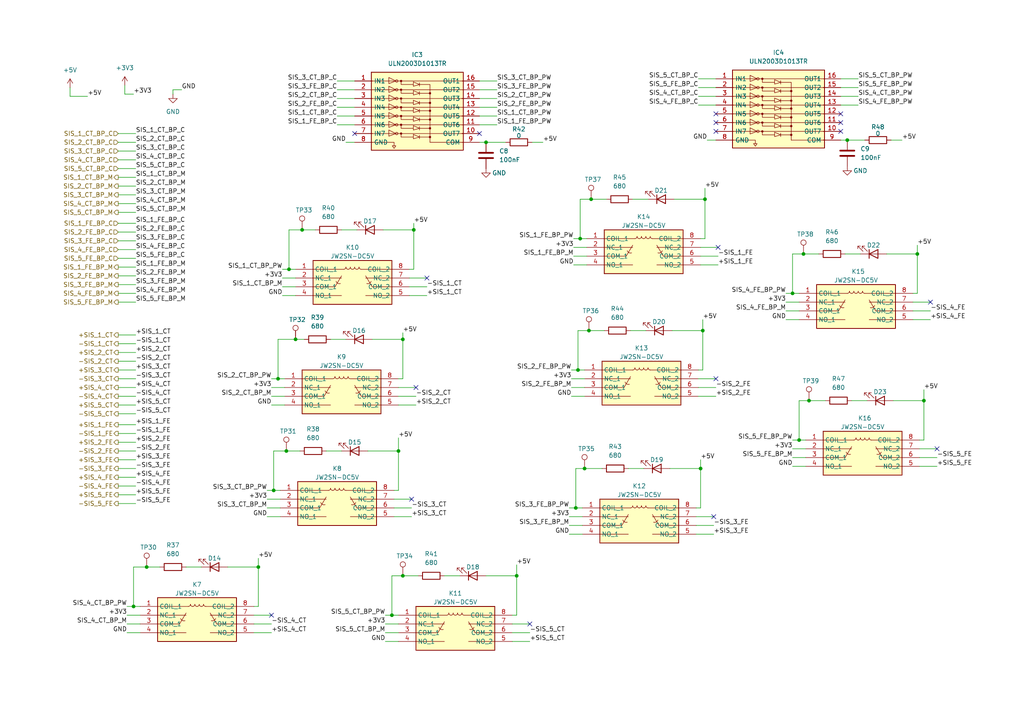
<source format=kicad_sch>
(kicad_sch (version 20211123) (generator eeschema)
  (paper "A4")
  (title_block (title "SAL/T") (date "2024-04-12") (rev "1.4") (company "Universidad de Buenos Aires") (comment 1 "Revisor: Adrian Laiuppa") (comment 2 "Autor: Martín Anús") (comment 3 "Placa principal"))
  (junction (at 170.815 95.885))
  (junction (at 83.82 78.105))
  (junction (at 87.63 66.675))
  (junction (at 168.275 69.215))
  (junction (at 229.87 85.09))
  (junction (at 38.735 175.895))
  (junction (at 231.775 127.635))
  (junction (at 80.645 109.855))
  (junction (at 171.45 57.785))
  (junction (at 116.84 167.005))
  (junction (at 266.065 73.66))
  (junction (at 140.97 41.275))
  (junction (at 42.545 164.465))
  (junction (at 116.84 98.425))
  (junction (at 204.47 57.785))
  (junction (at 85.725 98.425))
  (junction (at 203.835 95.885))
  (junction (at 167.64 107.315))
  (junction (at 233.045 73.66))
  (junction (at 120.015 66.675))
  (junction (at 113.665 178.435))
  (junction (at 83.0551 130.81))
  (junction (at 167.005 147.32))
  (junction (at 74.93 164.465))
  (junction (at 115.57 130.81))
  (junction (at 149.86 167.005))
  (junction (at 203.2 135.89))
  (junction (at 245.745 40.64))
  (junction (at 169.545 135.89))
  (junction (at 79.375 142.24))
  (junction (at 234.6454 116.205))
  (junction (at 267.97 116.205))
  (no_connect (at 243.84 33.02))
  (no_connect (at 207.01 149.86))
  (no_connect (at 207.645 35.56))
  (no_connect (at 271.78 130.175))
  (no_connect (at 243.84 35.56))
  (no_connect (at 123.825 80.645))
  (no_connect (at 102.87 38.735))
  (no_connect (at 208.28 71.755))
  (no_connect (at 139.065 38.735))
  (no_connect (at 119.38 144.78))
  (no_connect (at 207.645 109.855))
  (no_connect (at 120.65 112.395))
  (no_connect (at 207.645 38.1))
  (no_connect (at 269.875 87.63))
  (no_connect (at 153.67 180.975))
  (no_connect (at 207.645 33.02))
  (no_connect (at 243.84 38.1))
  (no_connect (at 78.74 178.435))
  (wire (pts (xy 205.105 40.64) (xy 207.645 40.64)))
  (wire (pts (xy 36.195 27.305) (xy 38.735 27.305)))
  (wire (pts (xy 118.745 83.185) (xy 123.825 83.185)))
  (wire (pts (xy 149.86 163.83) (xy 149.86 167.005)))
  (wire (pts (xy 81.915 80.645) (xy 85.725 80.645)))
  (wire (pts (xy 114.3 144.78) (xy 119.38 144.78)))
  (wire (pts (xy 194.945 95.885) (xy 203.835 95.885)))
  (wire (pts (xy 167.64 95.885) (xy 167.64 107.315)))
  (wire (pts (xy 266.065 71.12) (xy 266.065 73.66)))
  (wire (pts (xy 202.565 114.935) (xy 207.645 114.935)))
  (wire (pts (xy 168.275 57.785) (xy 171.45 57.785)))
  (wire (pts (xy 203.2 76.835) (xy 208.28 76.835)))
  (wire (pts (xy 227.965 92.71) (xy 231.775 92.71)))
  (wire (pts (xy 77.47 147.32) (xy 81.28 147.32)))
  (wire (pts (xy 114.3 147.32) (xy 119.38 147.32)))
  (wire (pts (xy 106.68 130.81) (xy 115.57 130.81)))
  (wire (pts (xy 36.83 178.435) (xy 40.64 178.435)))
  (wire (pts (xy 120.015 64.77) (xy 120.015 66.675)))
  (wire (pts (xy 118.745 78.105) (xy 120.015 78.105)))
  (wire (pts (xy 183.515 57.785) (xy 187.96 57.785)))
  (wire (pts (xy 38.735 175.895) (xy 40.64 175.895)))
  (wire (pts (xy 195.58 57.785) (xy 204.47 57.785)))
  (wire (pts (xy 266.7 132.715) (xy 271.78 132.715)))
  (wire (pts (xy 34.29 104.775) (xy 39.37 104.775)))
  (wire (pts (xy 85.725 98.425) (xy 88.265 98.425)))
  (wire (pts (xy 203.2 133.35) (xy 203.2 135.89)))
  (wire (pts (xy 77.47 142.24) (xy 79.375 142.24)))
  (wire (pts (xy 165.735 109.855) (xy 169.545 109.855)))
  (wire (pts (xy 81.915 83.185) (xy 85.725 83.185)))
  (wire (pts (xy 34.29 143.51) (xy 39.37 143.51)))
  (wire (pts (xy 229.87 85.09) (xy 231.775 85.09)))
  (wire (pts (xy 74.93 164.465) (xy 74.93 175.895)))
  (wire (pts (xy 34.29 125.73) (xy 39.37 125.73)))
  (wire (pts (xy 113.665 178.435) (xy 115.57 178.435)))
  (wire (pts (xy 202.565 112.395) (xy 207.645 112.395)))
  (wire (pts (xy 34.29 51.435) (xy 39.37 51.435)))
  (wire (pts (xy 83.82 66.675) (xy 87.63 66.675)))
  (wire (pts (xy 201.93 149.86) (xy 207.01 149.86)))
  (wire (pts (xy 264.795 85.09) (xy 266.065 85.09)))
  (wire (pts (xy 243.84 25.4) (xy 248.92 25.4)))
  (wire (pts (xy 99.06 66.675) (xy 103.505 66.675)))
  (wire (pts (xy 115.57 112.395) (xy 120.65 112.395)))
  (wire (pts (xy 36.83 183.515) (xy 40.64 183.515)))
  (wire (pts (xy 102.87 26.035) (xy 97.79 26.035)))
  (wire (pts (xy 34.29 107.315) (xy 39.37 107.315)))
  (wire (pts (xy 66.04 164.465) (xy 74.93 164.465)))
  (wire (pts (xy 182.88 95.885) (xy 187.325 95.885)))
  (wire (pts (xy 139.065 33.655) (xy 144.145 33.655)))
  (wire (pts (xy 116.84 96.52) (xy 116.84 98.425)))
  (wire (pts (xy 229.87 73.66) (xy 233.045 73.66)))
  (wire (pts (xy 169.545 135.89) (xy 174.625 135.89)))
  (wire (pts (xy 204.47 57.785) (xy 204.47 69.215)))
  (wire (pts (xy 166.37 71.755) (xy 170.18 71.755)))
  (wire (pts (xy 115.57 109.855) (xy 116.84 109.855)))
  (wire (pts (xy 203.2 71.755) (xy 208.28 71.755)))
  (wire (pts (xy 229.87 135.255) (xy 233.68 135.255)))
  (wire (pts (xy 247.015 116.205) (xy 251.46 116.205)))
  (wire (pts (xy 34.29 130.81) (xy 39.37 130.81)))
  (wire (pts (xy 78.74 112.395) (xy 82.55 112.395)))
  (wire (pts (xy 34.29 120.015) (xy 39.37 120.015)))
  (wire (pts (xy 79.375 142.24) (xy 81.28 142.24)))
  (wire (pts (xy 115.57 127) (xy 115.57 130.81)))
  (wire (pts (xy 120.015 66.675) (xy 120.015 78.105)))
  (wire (pts (xy 34.29 87.63) (xy 39.37 87.63)))
  (wire (pts (xy 264.795 90.17) (xy 269.875 90.17)))
  (wire (pts (xy 79.375 130.81) (xy 79.375 142.24)))
  (wire (pts (xy 38.735 164.465) (xy 38.735 175.895)))
  (wire (pts (xy 34.29 80.01) (xy 39.37 80.01)))
  (wire (pts (xy 34.29 97.155) (xy 39.37 97.155)))
  (wire (pts (xy 34.29 56.515) (xy 39.37 56.515)))
  (wire (pts (xy 34.29 53.975) (xy 39.37 53.975)))
  (wire (pts (xy 34.29 133.35) (xy 39.37 133.35)))
  (wire (pts (xy 97.79 36.195) (xy 102.87 36.195)))
  (wire (pts (xy 34.29 138.43) (xy 39.37 138.43)))
  (wire (pts (xy 148.59 180.975) (xy 153.67 180.975)))
  (wire (pts (xy 111.76 178.435) (xy 113.665 178.435)))
  (wire (pts (xy 87.63 66.675) (xy 91.44 66.675)))
  (wire (pts (xy 227.965 87.63) (xy 231.775 87.63)))
  (wire (pts (xy 194.31 135.89) (xy 203.2 135.89)))
  (wire (pts (xy 203.835 95.885) (xy 203.835 107.315)))
  (wire (pts (xy 168.275 57.785) (xy 168.275 69.215)))
  (wire (pts (xy 102.87 31.115) (xy 97.79 31.115)))
  (wire (pts (xy 166.37 69.215) (xy 168.275 69.215)))
  (wire (pts (xy 80.645 98.425) (xy 85.725 98.425)))
  (wire (pts (xy 34.29 38.735) (xy 39.37 38.735)))
  (wire (pts (xy 266.7 130.175) (xy 271.78 130.175)))
  (wire (pts (xy 165.1 147.32) (xy 167.005 147.32)))
  (wire (pts (xy 166.37 74.295) (xy 170.18 74.295)))
  (wire (pts (xy 116.84 167.005) (xy 121.285 167.005)))
  (wire (pts (xy 80.645 109.855) (xy 82.55 109.855)))
  (wire (pts (xy 167.005 147.32) (xy 168.91 147.32)))
  (wire (pts (xy 111.76 180.975) (xy 115.57 180.975)))
  (wire (pts (xy 34.29 41.275) (xy 39.37 41.275)))
  (wire (pts (xy 167.64 107.315) (xy 169.545 107.315)))
  (wire (pts (xy 203.2 135.89) (xy 203.2 147.32)))
  (wire (pts (xy 149.86 167.005) (xy 149.86 178.435)))
  (wire (pts (xy 266.7 135.255) (xy 271.78 135.255)))
  (wire (pts (xy 36.83 180.975) (xy 40.64 180.975)))
  (wire (pts (xy 34.29 61.595) (xy 39.37 61.595)))
  (wire (pts (xy 139.065 41.275) (xy 140.97 41.275)))
  (wire (pts (xy 165.735 114.935) (xy 169.545 114.935)))
  (wire (pts (xy 38.735 164.465) (xy 42.545 164.465)))
  (wire (pts (xy 34.29 67.31) (xy 39.37 67.31)))
  (wire (pts (xy 80.645 98.425) (xy 80.645 109.855)))
  (wire (pts (xy 113.665 167.005) (xy 113.665 178.435)))
  (wire (pts (xy 111.76 183.515) (xy 115.57 183.515)))
  (wire (pts (xy 81.915 85.725) (xy 85.725 85.725)))
  (wire (pts (xy 34.29 64.77) (xy 39.37 64.77)))
  (wire (pts (xy 182.245 135.89) (xy 186.69 135.89)))
  (wire (pts (xy 77.47 144.78) (xy 81.28 144.78)))
  (wire (pts (xy 34.29 128.27) (xy 39.37 128.27)))
  (wire (pts (xy 202.565 107.315) (xy 203.835 107.315)))
  (wire (pts (xy 111.125 66.675) (xy 120.015 66.675)))
  (wire (pts (xy 140.97 41.275) (xy 146.685 41.275)))
  (wire (pts (xy 34.29 99.695) (xy 39.37 99.695)))
  (wire (pts (xy 34.29 140.97) (xy 39.37 140.97)))
  (wire (pts (xy 204.47 54.61) (xy 204.47 57.785)))
  (wire (pts (xy 34.29 48.895) (xy 39.37 48.895)))
  (wire (pts (xy 83.82 66.675) (xy 83.82 78.105)))
  (wire (pts (xy 227.965 85.09) (xy 229.87 85.09)))
  (wire (pts (xy 73.66 180.975) (xy 78.74 180.975)))
  (wire (pts (xy 73.66 178.435) (xy 78.74 178.435)))
  (wire (pts (xy 167.64 95.885) (xy 170.815 95.885)))
  (wire (pts (xy 53.975 164.465) (xy 58.42 164.465)))
  (wire (pts (xy 139.065 23.495) (xy 144.145 23.495)))
  (wire (pts (xy 34.29 102.235) (xy 39.37 102.235)))
  (wire (pts (xy 148.59 183.515) (xy 153.67 183.515)))
  (wire (pts (xy 207.645 22.86) (xy 202.565 22.86)))
  (wire (pts (xy 20.32 25.4) (xy 20.32 27.94)))
  (wire (pts (xy 203.2 69.215) (xy 204.47 69.215)))
  (wire (pts (xy 50.165 27.305) (xy 50.165 26.035)))
  (wire (pts (xy 227.965 90.17) (xy 231.775 90.17)))
  (wire (pts (xy 34.29 112.395) (xy 39.37 112.395)))
  (wire (pts (xy 42.545 164.465) (xy 46.355 164.465)))
  (wire (pts (xy 36.83 175.895) (xy 38.735 175.895)))
  (wire (pts (xy 243.84 27.94) (xy 248.92 27.94)))
  (wire (pts (xy 50.165 26.035) (xy 52.705 26.035)))
  (wire (pts (xy 231.775 127.635) (xy 233.68 127.635)))
  (wire (pts (xy 34.29 123.19) (xy 39.37 123.19)))
  (wire (pts (xy 139.065 36.195) (xy 144.145 36.195)))
  (wire (pts (xy 264.795 92.71) (xy 269.875 92.71)))
  (wire (pts (xy 34.29 77.47) (xy 39.37 77.47)))
  (wire (pts (xy 266.7 127.635) (xy 267.97 127.635)))
  (wire (pts (xy 267.97 116.205) (xy 267.97 127.635)))
  (wire (pts (xy 113.665 167.005) (xy 116.84 167.005)))
  (wire (pts (xy 165.1 152.4) (xy 168.91 152.4)))
  (wire (pts (xy 139.065 28.575) (xy 144.145 28.575)))
  (wire (pts (xy 207.645 30.48) (xy 202.565 30.48)))
  (wire (pts (xy 73.66 183.515) (xy 78.74 183.515)))
  (wire (pts (xy 243.84 30.48) (xy 248.92 30.48)))
  (wire (pts (xy 34.29 59.055) (xy 39.37 59.055)))
  (wire (pts (xy 148.59 186.055) (xy 153.67 186.055)))
  (wire (pts (xy 243.84 40.64) (xy 245.745 40.64)))
  (wire (pts (xy 259.08 116.205) (xy 267.97 116.205)))
  (wire (pts (xy 74.93 161.925) (xy 74.93 164.465)))
  (wire (pts (xy 20.32 27.94) (xy 25.4 27.94)))
  (wire (pts (xy 34.29 69.85) (xy 39.37 69.85)))
  (wire (pts (xy 114.3 149.86) (xy 119.38 149.86)))
  (wire (pts (xy 207.645 27.94) (xy 202.565 27.94)))
  (wire (pts (xy 229.87 130.175) (xy 233.68 130.175)))
  (wire (pts (xy 168.275 69.215) (xy 170.18 69.215)))
  (wire (pts (xy 231.775 116.205) (xy 231.775 127.635)))
  (wire (pts (xy 34.29 82.55) (xy 39.37 82.55)))
  (wire (pts (xy 78.74 114.935) (xy 82.55 114.935)))
  (wire (pts (xy 78.74 109.855) (xy 80.645 109.855)))
  (wire (pts (xy 95.885 98.425) (xy 100.33 98.425)))
  (wire (pts (xy 34.29 43.815) (xy 39.37 43.815)))
  (wire (pts (xy 171.45 57.785) (xy 175.895 57.785)))
  (wire (pts (xy 165.1 154.94) (xy 168.91 154.94)))
  (wire (pts (xy 167.005 135.89) (xy 167.005 147.32)))
  (wire (pts (xy 233.045 73.66) (xy 237.49 73.66)))
  (wire (pts (xy 115.57 117.475) (xy 120.65 117.475)))
  (wire (pts (xy 111.76 186.055) (xy 115.57 186.055)))
  (wire (pts (xy 166.37 76.835) (xy 170.18 76.835)))
  (wire (pts (xy 34.29 85.09) (xy 39.37 85.09)))
  (wire (pts (xy 201.93 152.4) (xy 207.01 152.4)))
  (wire (pts (xy 34.29 74.93) (xy 39.37 74.93)))
  (wire (pts (xy 231.775 116.205) (xy 234.6454 116.205)))
  (wire (pts (xy 94.615 130.81) (xy 99.06 130.81)))
  (wire (pts (xy 229.87 132.715) (xy 233.68 132.715)))
  (wire (pts (xy 79.375 130.81) (xy 83.0551 130.81)))
  (wire (pts (xy 229.87 127.635) (xy 231.775 127.635)))
  (wire (pts (xy 83.82 78.105) (xy 85.725 78.105)))
  (wire (pts (xy 234.6454 116.205) (xy 239.395 116.205)))
  (wire (pts (xy 139.065 31.115) (xy 144.145 31.115)))
  (wire (pts (xy 154.305 41.275) (xy 157.48 41.275)))
  (wire (pts (xy 128.905 167.005) (xy 133.35 167.005)))
  (wire (pts (xy 78.74 117.475) (xy 82.55 117.475)))
  (wire (pts (xy 100.33 41.275) (xy 102.87 41.275)))
  (wire (pts (xy 115.57 114.935) (xy 120.65 114.935)))
  (wire (pts (xy 114.3 142.24) (xy 115.57 142.24)))
  (wire (pts (xy 267.97 113.03) (xy 267.97 116.205)))
  (wire (pts (xy 257.175 73.66) (xy 266.065 73.66)))
  (wire (pts (xy 258.445 40.64) (xy 261.62 40.64)))
  (wire (pts (xy 203.835 92.71) (xy 203.835 95.885)))
  (wire (pts (xy 107.95 98.425) (xy 116.84 98.425)))
  (wire (pts (xy 201.93 154.94) (xy 207.01 154.94)))
  (wire (pts (xy 36.195 24.765) (xy 36.195 27.305)))
  (wire (pts (xy 245.11 73.66) (xy 249.555 73.66)))
  (wire (pts (xy 34.29 46.355) (xy 39.37 46.355)))
  (wire (pts (xy 229.87 73.66) (xy 229.87 85.09)))
  (wire (pts (xy 203.2 74.295) (xy 208.28 74.295)))
  (wire (pts (xy 102.87 28.575) (xy 97.79 28.575)))
  (wire (pts (xy 245.745 40.64) (xy 250.825 40.64)))
  (wire (pts (xy 264.795 87.63) (xy 269.875 87.63)))
  (wire (pts (xy 165.1 149.86) (xy 168.91 149.86)))
  (wire (pts (xy 207.645 25.4) (xy 202.565 25.4)))
  (wire (pts (xy 118.745 80.645) (xy 123.825 80.645)))
  (wire (pts (xy 77.47 149.86) (xy 81.28 149.86)))
  (wire (pts (xy 102.87 33.655) (xy 97.79 33.655)))
  (wire (pts (xy 148.59 178.435) (xy 149.86 178.435)))
  (wire (pts (xy 243.84 22.86) (xy 248.92 22.86)))
  (wire (pts (xy 34.29 114.935) (xy 39.37 114.935)))
  (wire (pts (xy 266.065 73.66) (xy 266.065 85.09)))
  (wire (pts (xy 73.66 175.895) (xy 74.93 175.895)))
  (wire (pts (xy 34.29 72.39) (xy 39.37 72.39)))
  (wire (pts (xy 34.29 117.475) (xy 39.37 117.475)))
  (wire (pts (xy 170.815 95.885) (xy 175.26 95.885)))
  (wire (pts (xy 83.0551 130.81) (xy 86.995 130.81)))
  (wire (pts (xy 201.93 147.32) (xy 203.2 147.32)))
  (wire (pts (xy 34.29 135.89) (xy 39.37 135.89)))
  (wire (pts (xy 102.87 23.495) (xy 97.79 23.495)))
  (wire (pts (xy 165.735 107.315) (xy 167.64 107.315)))
  (wire (pts (xy 165.735 112.395) (xy 169.545 112.395)))
  (wire (pts (xy 140.97 167.005) (xy 149.86 167.005)))
  (wire (pts (xy 81.915 78.105) (xy 83.82 78.105)))
  (wire (pts (xy 116.84 98.425) (xy 116.84 109.855)))
  (wire (pts (xy 118.745 85.725) (xy 123.825 85.725)))
  (wire (pts (xy 139.065 26.035) (xy 144.145 26.035)))
  (wire (pts (xy 202.565 109.855) (xy 207.645 109.855)))
  (wire (pts (xy 167.005 135.89) (xy 169.545 135.89)))
  (wire (pts (xy 34.29 109.855) (xy 39.37 109.855)))
  (wire (pts (xy 34.29 146.05) (xy 39.37 146.05)))
  (wire (pts (xy 115.57 130.81) (xy 115.57 142.24)))
  (label "SIS_2_CT_BP_PW" (at 78.74 109.855 180))
  (label "SIS_1_CT_BP_C" (at 39.37 38.735 0))
  (label "SIS_1_FE_BP_PW" (at 144.145 36.195 0))
  (label "+SIS_5_FE" (at 39.37 143.51 0))
  (label "+5V" (at 149.86 163.83 0))
  (label "GND" (at 165.1 154.94 180))
  (label "SIS_2_CT_BP_C" (at 97.79 28.575 180))
  (label "GND" (at 165.735 114.935 180))
  (label "+SIS_2_FE" (at 39.37 128.27 0))
  (label "+5V" (at 203.2 133.35 0))
  (label "SIS_4_CT_BP_M" (at 39.37 59.055 0))
  (label "SIS_2_FE_BP_M" (at 39.37 80.01 0))
  (label "SIS_4_CT_BP_PW" (at 248.92 27.94 0))
  (label "-SIS_1_CT" (at 39.37 99.695 0))
  (label "SIS_4_FE_BP_C" (at 39.37 72.39 0))
  (label "SIS_5_CT_BP_M" (at 111.76 183.515 180))
  (label "SIS_5_CT_BP_M" (at 39.37 61.595 0))
  (label "SIS_1_CT_BP_M" (at 39.37 51.435 0))
  (label "SIS_3_FE_BP_C" (at 97.79 26.035 180))
  (label "+3V3" (at 227.965 87.63 180))
  (label "SIS_4_CT_BP_PW" (at 36.83 175.895 180))
  (label "-SIS_3_FE" (at 207.01 152.4 0))
  (label "SIS_1_FE_BP_C" (at 97.79 36.195 180))
  (label "SIS_5_FE_BP_M" (at 229.87 132.715 180))
  (label "GND" (at 205.105 40.64 180))
  (label "+SIS_1_FE" (at 39.37 123.19 0))
  (label "SIS_2_FE_BP_PW" (at 165.735 107.315 180))
  (label "GND" (at 78.74 117.475 180))
  (label "+3V3" (at 229.87 130.175 180))
  (label "+5V" (at 115.57 127 0))
  (label "+5V" (at 116.84 96.52 0))
  (label "-SIS_3_FE" (at 39.37 135.89 0))
  (label "SIS_4_CT_BP_C" (at 202.565 27.94 180))
  (label "-SIS_3_CT" (at 119.38 147.32 0))
  (label "+SIS_3_FE" (at 39.37 133.35 0))
  (label "+SIS_5_CT" (at 153.67 186.055 0))
  (label "+SIS_5_CT" (at 39.37 117.475 0))
  (label "+5V" (at 74.93 161.925 0))
  (label "+SIS_2_CT" (at 120.65 117.475 0))
  (label "-SIS_4_CT" (at 78.74 180.975 0))
  (label "+5V" (at 261.62 40.64 0))
  (label "+5V" (at 120.015 64.77 0))
  (label "-SIS_2_CT" (at 39.37 104.775 0))
  (label "GND" (at 229.87 135.255 180))
  (label "SIS_2_CT_BP_PW" (at 144.145 28.575 0))
  (label "+SIS_4_FE" (at 269.875 92.71 0))
  (label "+3V3" (at 77.47 144.78 180))
  (label "SIS_1_CT_BP_C" (at 97.79 33.655 180))
  (label "SIS_5_FE_BP_PW" (at 248.92 25.4 0))
  (label "+SIS_3_CT" (at 39.37 107.315 0))
  (label "-SIS_5_CT" (at 39.37 120.015 0))
  (label "SIS_5_CT_BP_PW" (at 248.92 22.86 0))
  (label "SIS_3_CT_BP_PW" (at 77.47 142.24 180))
  (label "SIS_5_FE_BP_M" (at 39.37 87.63 0))
  (label "+5V" (at 204.47 54.61 0))
  (label "SIS_3_FE_BP_C" (at 39.37 69.85 0))
  (label "SIS_3_CT_BP_PW" (at 144.145 23.495 0))
  (label "SIS_1_CT_BP_PW" (at 81.915 78.105 180))
  (label "SIS_2_FE_BP_C" (at 97.79 31.115 180))
  (label "SIS_3_FE_BP_PW" (at 165.1 147.32 180))
  (label "+SIS_1_CT" (at 39.37 97.155 0))
  (label "SIS_5_CT_BP_C" (at 202.565 22.86 180))
  (label "+5V" (at 25.4 27.94 0))
  (label "+3V3" (at 111.76 180.975 180))
  (label "+SIS_4_FE" (at 39.37 138.43 0))
  (label "GND" (at 77.47 149.86 180))
  (label "SIS_5_CT_BP_C" (at 39.37 48.895 0))
  (label "GND" (at 227.965 92.71 180))
  (label "+SIS_1_CT" (at 123.825 85.725 0))
  (label "GND" (at 81.915 85.725 180))
  (label "SIS_4_FE_BP_C" (at 202.565 30.48 180))
  (label "+3V3" (at 166.37 71.755 180))
  (label "SIS_2_CT_BP_M" (at 78.74 114.935 180))
  (label "+3V3" (at 36.83 178.435 180))
  (label "-SIS_5_FE" (at 271.78 132.715 0))
  (label "SIS_3_CT_BP_M" (at 39.37 56.515 0))
  (label "+SIS_2_FE" (at 207.645 114.935 0))
  (label "SIS_3_FE_BP_M" (at 39.37 82.55 0))
  (label "-SIS_2_CT" (at 120.65 114.935 0))
  (label "+5V" (at 267.97 113.03 0))
  (label "SIS_1_FE_BP_M" (at 166.37 74.295 180))
  (label "SIS_3_CT_BP_M" (at 77.47 147.32 180))
  (label "SIS_4_FE_BP_M" (at 39.37 85.09 0))
  (label "+5V" (at 266.065 71.12 0))
  (label "SIS_4_FE_BP_PW" (at 227.965 85.09 180))
  (label "SIS_5_FE_BP_C" (at 202.565 25.4 180))
  (label "GND" (at 111.76 186.055 180))
  (label "-SIS_2_FE" (at 207.645 112.395 0))
  (label "GND" (at 166.37 76.835 180))
  (label "+SIS_4_CT" (at 78.74 183.515 0))
  (label "-SIS_2_FE" (at 39.37 130.81 0))
  (label "SIS_2_FE_BP_M" (at 165.735 112.395 180))
  (label "+5V" (at 157.48 41.275 0))
  (label "+3V3" (at 165.1 149.86 180))
  (label "SIS_1_FE_BP_M" (at 39.37 77.47 0))
  (label "SIS_4_CT_BP_C" (at 39.37 46.355 0))
  (label "-SIS_4_CT" (at 39.37 114.935 0))
  (label "SIS_2_CT_BP_C" (at 39.37 41.275 0))
  (label "-SIS_1_CT" (at 123.825 83.185 0))
  (label "+5V" (at 203.835 92.71 0))
  (label "+3V3" (at 81.915 80.645 180))
  (label "SIS_5_FE_BP_C" (at 39.37 74.93 0))
  (label "+3V3" (at 165.735 109.855 180))
  (label "SIS_5_FE_BP_PW" (at 229.87 127.635 180))
  (label "SIS_5_CT_BP_PW" (at 111.76 178.435 180))
  (label "SIS_3_FE_BP_M" (at 165.1 152.4 180))
  (label "+SIS_3_CT" (at 119.38 149.86 0))
  (label "SIS_2_FE_BP_PW" (at 144.145 31.115 0))
  (label "SIS_2_CT_BP_M" (at 39.37 53.975 0))
  (label "SIS_3_CT_BP_C" (at 97.79 23.495 180))
  (label "GND" (at 36.83 183.515 180))
  (label "-SIS_4_FE" (at 269.875 90.17 0))
  (label "SIS_3_CT_BP_C" (at 39.37 43.815 0))
  (label "SIS_1_FE_BP_C" (at 39.37 64.77 0))
  (label "SIS_4_FE_BP_PW" (at 248.92 30.48 0))
  (label "-SIS_4_FE" (at 39.37 140.97 0))
  (label "-SIS_3_CT" (at 39.37 109.855 0))
  (label "SIS_4_FE_BP_M" (at 227.965 90.17 180))
  (label "-SIS_5_FE" (at 39.37 146.05 0))
  (label "GND" (at 100.33 41.275 180))
  (label "+3V3" (at 78.74 112.395 180))
  (label "-SIS_5_CT" (at 153.67 183.515 0))
  (label "SIS_2_FE_BP_C" (at 39.37 67.31 0))
  (label "SIS_3_FE_BP_PW" (at 144.145 26.035 0))
  (label "-SIS_1_FE" (at 208.28 74.295 0))
  (label "-SIS_1_FE" (at 39.37 125.73 0))
  (label "+SIS_2_CT" (at 39.37 102.235 0))
  (label "+SIS_4_CT" (at 39.37 112.395 0))
  (label "SIS_1_FE_BP_PW" (at 166.37 69.215 180))
  (label "+SIS_5_FE" (at 271.78 135.255 0))
  (label "+SIS_3_FE" (at 207.01 154.94 0))
  (label "GND" (at 52.705 26.035 0))
  (label "+SIS_1_FE" (at 208.28 76.835 0))
  (label "+3V3" (at 38.735 27.305 0))
  (label "SIS_1_CT_BP_M" (at 81.915 83.185 180))
  (label "SIS_4_CT_BP_M" (at 36.83 180.975 180))
  (label "SIS_1_CT_BP_PW" (at 144.145 33.655 0))
  (hierarchical_label "SIS_2_FE_BP_M" (shape output) (at 34.29 80.01 180))
  (hierarchical_label "SIS_4_FE_BP_M" (shape output) (at 34.29 85.09 180))
  (hierarchical_label "-SIS_2_CT" (shape output) (at 34.29 104.775 180))
  (hierarchical_label "SIS_2_CT_BP_C" (shape input) (at 34.29 41.275 180))
  (hierarchical_label "SIS_5_CT_BP_C" (shape input) (at 34.29 48.895 180))
  (hierarchical_label "-SIS_5_FE" (shape output) (at 34.29 146.05 180))
  (hierarchical_label "SIS_1_FE_BP_M" (shape output) (at 34.29 77.47 180))
  (hierarchical_label "SIS_5_CT_BP_M" (shape output) (at 34.29 61.595 180))
  (hierarchical_label "SIS_3_FE_BP_C" (shape input) (at 34.29 69.85 180))
  (hierarchical_label "SIS_5_FE_BP_C" (shape input) (at 34.29 74.93 180))
  (hierarchical_label "+SIS_2_FE" (shape output) (at 34.29 128.27 180))
  (hierarchical_label "+SIS_4_FE" (shape output) (at 34.29 138.43 180))
  (hierarchical_label "SIS_4_CT_BP_M" (shape output) (at 34.29 59.055 180))
  (hierarchical_label "SIS_4_FE_BP_C" (shape input) (at 34.29 72.39 180))
  (hierarchical_label "SIS_3_CT_BP_M" (shape output) (at 34.29 56.515 180))
  (hierarchical_label "SIS_1_CT_BP_M" (shape output) (at 34.29 51.435 180))
  (hierarchical_label "-SIS_4_FE" (shape output) (at 34.29 140.97 180))
  (hierarchical_label "+SIS_1_CT" (shape output) (at 34.29 97.155 180))
  (hierarchical_label "+SIS_5_FE" (shape output) (at 34.29 143.51 180))
  (hierarchical_label "+SIS_3_FE" (shape output) (at 34.29 133.35 180))
  (hierarchical_label "SIS_5_FE_BP_M" (shape output) (at 34.29 87.63 180))
  (hierarchical_label "-SIS_2_FE" (shape output) (at 34.29 130.81 180))
  (hierarchical_label "-SIS_1_FE" (shape output) (at 34.29 125.73 180))
  (hierarchical_label "SIS_1_FE_BP_C" (shape input) (at 34.29 64.77 180))
  (hierarchical_label "-SIS_5_CT" (shape output) (at 34.29 120.015 180))
  (hierarchical_label "+SIS_5_CT" (shape output) (at 34.29 117.475 180))
  (hierarchical_label "-SIS_3_CT" (shape output) (at 34.29 109.855 180))
  (hierarchical_label "SIS_3_CT_BP_C" (shape input) (at 34.29 43.815 180))
  (hierarchical_label "-SIS_3_FE" (shape output) (at 34.29 135.89 180))
  (hierarchical_label "SIS_2_FE_BP_C" (shape input) (at 34.29 67.31 180))
  (hierarchical_label "-SIS_4_CT" (shape output) (at 34.29 114.935 180))
  (hierarchical_label "SIS_1_CT_BP_C" (shape input) (at 34.29 38.735 180))
  (hierarchical_label "+SIS_2_CT" (shape output) (at 34.29 102.235 180))
  (hierarchical_label "SIS_2_CT_BP_M" (shape output) (at 34.29 53.975 180))
  (hierarchical_label "+SIS_1_FE" (shape output) (at 34.29 123.19 180))
  (hierarchical_label "-SIS_1_CT" (shape output) (at 34.29 99.695 180))
  (hierarchical_label "SIS_3_FE_BP_M" (shape output) (at 34.29 82.55 180))
  (hierarchical_label "SIS_4_CT_BP_C" (shape input) (at 34.29 46.355 180))
  (hierarchical_label "+SIS_3_CT" (shape output) (at 34.29 107.315 180))
  (hierarchical_label "+SIS_4_CT" (shape output) (at 34.29 112.395 180))
  (symbol (lib_id "salt:JW2SN-DC5V") (at 40.64 175.895 0) (unit 1)
    (property "Reference" "K7" (at 57.15 169.545 0))
    (property "Value" "JW2SN-DC5V" (at 57.15 172.085 0))
    (property "Footprint" "salt:JW2SNDC5V" (effects hide))
    (property "Datasheet" "https://www3.panasonic.biz/ac/e_download/control/relay/power/catalog/mech_eng_jw.pdf" (effects hide))
    (property "Height" "20" (effects hide))
    (property "Mouser Part Number" "769-JW2SN-DC5V" (effects hide))
    (property "Mouser Price/Stock" "https://www.mouser.co.uk/ProductDetail/Panasonic-Industrial-Devices/JW2SN-DC5V?qs=HLLy2pIPwuus9vgayzgjwA%3D%3D" (effects hide))
    (property "Manufacturer_Name" "Panasonic" (effects hide))
    (property "Manufacturer_Part_Number" "JW2SN-DC5V" (effects hide))
  )
  (symbol (lib_id "salt:C_100nF") (at 245.745 44.45 0) (unit 1)
    (property "Reference" "C9" (at 249.555 43.1799 0) (effects (justify left)))
    (property "Value" "100nF" (at 249.555 45.7199 0) (effects (justify left)))
    (property "Footprint" "Capacitor_SMD:C_0805_2012Metric_Pad1.18x1.45mm_HandSolder" (effects hide))
    (property "Datasheet" "https://ar.mouser.com/datasheet/2/447/KEM_C1002_X7R_SMD-3316098.pdf" (effects hide))
    (property "Mouser Part Number" "80-C0805C104K4R" (effects hide))
    (property "Mouser Price/Stock" "https://ar.mouser.com/ProductDetail/KEMET/C0805C104K4RACTU?qs=Pc30aiB8zWWfqQNJWggt%252BA%3D%3D" (effects hide))
    (property "Manufacturer_Name" "KEMET" (effects hide))
    (property "Manufacturer_Part_Number" "C0805C104K4RACTU" (effects hide))
  )
  (symbol (lib_id "salt:LED") (at 253.365 73.66 0) (mirror x) (unit 1)
    (property "Reference" "D22" (at 253.365 71.12 0))
    (property "Value" "LED" (effects hide))
    (property "Footprint" "LED_SMD:LED_0805_2012Metric_Pad1.15x1.40mm_HandSolder" (effects hide))
    (property "Datasheet" "https://www.we-online.com/catalog/datasheet/150080VS75000.pdf" (effects hide))
    (property "Mouser Part Number" "710-150080VS75000" (effects hide))
    (property "Mouser Price/Stock" "https://ar.mouser.com/ProductDetail/Wurth-Elektronik/150080VS75000?qs=LlUlMxKIyB0tGHJmO6%252B0ug%3D%3D" (effects hide))
    (property "Manufacturer_Name" "Wurth Elektronik" (effects hide))
    (property "Manufacturer_Part_Number" "150080VS75000" (effects hide))
  )
  (symbol (lib_id "salt:R_680") (at 90.805 130.81 270) (unit 1)
    (property "Reference" "R38" (at 90.805 124.46 90))
    (property "Value" "680" (at 90.805 127 90))
    (property "Footprint" "Resistor_SMD:R_0805_2012Metric_Pad1.20x1.40mm_HandSolder" (effects hide))
    (property "Datasheet" "https://ar.mouser.com/datasheet/2/447/PYu_RC_Group_51_RoHS_L_11-1984063.pdf" (effects hide))
    (property "Mouser Part Number" "603-RC0805FR-13680RL" (effects hide))
    (property "Mouser Price/Stock" "https://ar.mouser.com/ProductDetail/YAGEO/RC0805FR-13680RL?qs=m6lXFsvg5e3C9RY8lrBC%2Fw%3D%3D" (effects hide))
    (property "Manufacturer_Name" "YAGEO" (effects hide))
    (property "Manufacturer_Part_Number" "RC0805FR-13680RL" (effects hide))
  )
  (symbol (lib_id "salt:TestPoint") (at 87.63 66.675 0) (unit 1)
    (property "Reference" "TP33" (at 85.725 60.96 0) (effects (justify left)))
    (property "Value" "TestPoint" (effects hide))
    (property "Footprint" "salt:testpoint" (effects hide))
  )
  (symbol (lib_id "salt:LED") (at 62.23 164.465 0) (mirror x) (unit 1)
    (property "Reference" "D14" (at 62.23 161.925 0))
    (property "Value" "LED" (effects hide))
    (property "Footprint" "LED_SMD:LED_0805_2012Metric_Pad1.15x1.40mm_HandSolder" (effects hide))
    (property "Datasheet" "https://www.we-online.com/catalog/datasheet/150080VS75000.pdf" (effects hide))
    (property "Mouser Part Number" "710-150080VS75000" (effects hide))
    (property "Mouser Price/Stock" "https://ar.mouser.com/ProductDetail/Wurth-Elektronik/150080VS75000?qs=LlUlMxKIyB0tGHJmO6%252B0ug%3D%3D" (effects hide))
    (property "Manufacturer_Name" "Wurth Elektronik" (effects hide))
    (property "Manufacturer_Part_Number" "150080VS75000" (effects hide))
  )
  (symbol (lib_id "salt:TestPoint") (at 169.545 135.89 0) (unit 1)
    (property "Reference" "TP35" (at 167.64 130.175 0) (effects (justify left)))
    (property "Value" "TestPoint" (effects hide))
    (property "Footprint" "salt:testpoint" (effects hide))
  )
  (symbol (lib_id "salt:TestPoint") (at 85.725 98.425 0) (unit 1)
    (property "Reference" "TP32" (at 83.82 92.71 0) (effects (justify left)))
    (property "Value" "TestPoint" (effects hide))
    (property "Footprint" "salt:testpoint" (effects hide))
  )
  (symbol (lib_id "power:GND") (at 245.745 48.26 0) (unit 1)
    (property "Reference" "#PWR046" (effects hide))
    (property "Value" "GND" (at 249.555 49.53 0))
  )
  (symbol (lib_id "salt:JW2SN-DC5V") (at 168.91 147.32 0) (unit 1)
    (property "Reference" "K12" (at 185.42 140.97 0))
    (property "Value" "JW2SN-DC5V" (at 185.42 143.51 0))
    (property "Footprint" "salt:JW2SNDC5V" (effects hide))
    (property "Datasheet" "https://www3.panasonic.biz/ac/e_download/control/relay/power/catalog/mech_eng_jw.pdf" (effects hide))
    (property "Height" "20" (effects hide))
    (property "Mouser Part Number" "769-JW2SN-DC5V" (effects hide))
    (property "Mouser Price/Stock" "https://www.mouser.co.uk/ProductDetail/Panasonic-Industrial-Devices/JW2SN-DC5V?qs=HLLy2pIPwuus9vgayzgjwA%3D%3D" (effects hide))
    (property "Manufacturer_Name" "Panasonic" (effects hide))
    (property "Manufacturer_Part_Number" "JW2SN-DC5V" (effects hide))
  )
  (symbol (lib_id "salt:LED") (at 104.14 98.425 0) (mirror x) (unit 1)
    (property "Reference" "D16" (at 104.14 95.885 0))
    (property "Value" "LED" (effects hide))
    (property "Footprint" "LED_SMD:LED_0805_2012Metric_Pad1.15x1.40mm_HandSolder" (effects hide))
    (property "Datasheet" "https://www.we-online.com/catalog/datasheet/150080VS75000.pdf" (effects hide))
    (property "Mouser Part Number" "710-150080VS75000" (effects hide))
    (property "Mouser Price/Stock" "https://ar.mouser.com/ProductDetail/Wurth-Elektronik/150080VS75000?qs=LlUlMxKIyB0tGHJmO6%252B0ug%3D%3D" (effects hide))
    (property "Manufacturer_Name" "Wurth Elektronik" (effects hide))
    (property "Manufacturer_Part_Number" "150080VS75000" (effects hide))
  )
  (symbol (lib_id "power:GND") (at 50.165 27.305 0) (unit 1)
    (property "Reference" "#PWR044" (effects hide))
    (property "Value" "GND" (at 50.165 32.385 0))
  )
  (symbol (lib_id "salt:R_680") (at 95.25 66.675 270) (unit 1)
    (property "Reference" "R40" (at 95.25 60.325 90))
    (property "Value" "680" (at 95.25 62.865 90))
    (property "Footprint" "Resistor_SMD:R_0805_2012Metric_Pad1.20x1.40mm_HandSolder" (effects hide))
    (property "Datasheet" "https://ar.mouser.com/datasheet/2/447/PYu_RC_Group_51_RoHS_L_11-1984063.pdf" (effects hide))
    (property "Mouser Part Number" "603-RC0805FR-13680RL" (effects hide))
    (property "Mouser Price/Stock" "https://ar.mouser.com/ProductDetail/YAGEO/RC0805FR-13680RL?qs=m6lXFsvg5e3C9RY8lrBC%2Fw%3D%3D" (effects hide))
    (property "Manufacturer_Name" "YAGEO" (effects hide))
    (property "Manufacturer_Part_Number" "RC0805FR-13680RL" (effects hide))
  )
  (symbol (lib_id "power:+3V3") (at 36.195 24.765 0) (unit 1)
    (property "Reference" "#PWR043" (effects hide))
    (property "Value" "+3V3" (at 36.195 19.685 0))
  )
  (symbol (lib_id "salt:LED") (at 137.16 167.005 0) (mirror x) (unit 1)
    (property "Reference" "D18" (at 137.16 164.465 0))
    (property "Value" "LED" (effects hide))
    (property "Footprint" "LED_SMD:LED_0805_2012Metric_Pad1.15x1.40mm_HandSolder" (effects hide))
    (property "Datasheet" "https://www.we-online.com/catalog/datasheet/150080VS75000.pdf" (effects hide))
    (property "Mouser Part Number" "710-150080VS75000" (effects hide))
    (property "Mouser Price/Stock" "https://ar.mouser.com/ProductDetail/Wurth-Elektronik/150080VS75000?qs=LlUlMxKIyB0tGHJmO6%252B0ug%3D%3D" (effects hide))
    (property "Manufacturer_Name" "Wurth Elektronik" (effects hide))
    (property "Manufacturer_Part_Number" "150080VS75000" (effects hide))
  )
  (symbol (lib_id "salt:ULN2003D1013TR") (at 207.645 22.86 0) (unit 1)
    (property "Reference" "IC4" (at 225.806 15.24 0))
    (property "Value" "ULN2003D1013TR" (at 225.806 17.78 0))
    (property "Footprint" "salt:SOIC127P600X175-16N" (effects hide))
    (property "Datasheet" "http://www.st.com/st-web-ui/static/active/en/resource/technical/document/datasheet/CD00001244.pdf" (effects hide))
    (property "Height" "1.75" (effects hide))
    (property "Mouser Part Number" "511-ULN2003D1013TR" (effects hide))
    (property "Mouser Price/Stock" "https://www.mouser.co.uk/ProductDetail/STMicroelectronics/ULN2003D1013TR?qs=YnPipOpXm6FQ98RZGZk5Pg%3D%3D" (effects hide))
    (property "Manufacturer_Name" "STMicroelectronics" (effects hide))
    (property "Manufacturer_Part_Number" "ULN2003D1013TR" (effects hide))
  )
  (symbol (lib_name "JW2SN-DC5V_3") (lib_id "salt:JW2SN-DC5V") (at 170.18 69.215 0) (unit 1)
    (property "Reference" "K14" (at 186.69 62.865 0))
    (property "Value" "JW2SN-DC5V" (at 186.69 65.405 0))
    (property "Footprint" "salt:JW2SNDC5V" (effects hide))
    (property "Datasheet" "https://www3.panasonic.biz/ac/e_download/control/relay/power/catalog/mech_eng_jw.pdf" (effects hide))
    (property "Height" "20" (effects hide))
    (property "Mouser Part Number" "769-JW2SN-DC5V" (effects hide))
    (property "Mouser Price/Stock" "https://www.mouser.co.uk/ProductDetail/Panasonic-Industrial-Devices/JW2SN-DC5V?qs=HLLy2pIPwuus9vgayzgjwA%3D%3D" (effects hide))
    (property "Manufacturer_Name" "Panasonic" (effects hide))
    (property "Manufacturer_Part_Number" "JW2SN-DC5V" (effects hide))
  )
  (symbol (lib_name "JW2SN-DC5V_1") (lib_id "salt:JW2SN-DC5V") (at 115.57 178.435 0) (unit 1)
    (property "Reference" "K11" (at 132.08 172.085 0))
    (property "Value" "JW2SN-DC5V" (at 132.08 174.625 0))
    (property "Footprint" "salt:JW2SNDC5V" (effects hide))
    (property "Datasheet" "https://www3.panasonic.biz/ac/e_download/control/relay/power/catalog/mech_eng_jw.pdf" (effects hide))
    (property "Height" "20" (effects hide))
    (property "Mouser Part Number" "769-JW2SN-DC5V" (effects hide))
    (property "Mouser Price/Stock" "https://www.mouser.co.uk/ProductDetail/Panasonic-Industrial-Devices/JW2SN-DC5V?qs=HLLy2pIPwuus9vgayzgjwA%3D%3D" (effects hide))
    (property "Manufacturer_Name" "Panasonic" (effects hide))
    (property "Manufacturer_Part_Number" "JW2SN-DC5V" (effects hide))
  )
  (symbol (lib_id "salt:LED") (at 102.87 130.81 0) (mirror x) (unit 1)
    (property "Reference" "D15" (at 102.87 128.27 0))
    (property "Value" "LED" (effects hide))
    (property "Footprint" "LED_SMD:LED_0805_2012Metric_Pad1.15x1.40mm_HandSolder" (effects hide))
    (property "Datasheet" "https://www.we-online.com/catalog/datasheet/150080VS75000.pdf" (effects hide))
    (property "Mouser Part Number" "710-150080VS75000" (effects hide))
    (property "Mouser Price/Stock" "https://ar.mouser.com/ProductDetail/Wurth-Elektronik/150080VS75000?qs=LlUlMxKIyB0tGHJmO6%252B0ug%3D%3D" (effects hide))
    (property "Manufacturer_Name" "Wurth Elektronik" (effects hide))
    (property "Manufacturer_Part_Number" "150080VS75000" (effects hide))
  )
  (symbol (lib_id "salt:R_680") (at 92.075 98.425 270) (unit 1)
    (property "Reference" "R39" (at 92.075 92.075 90))
    (property "Value" "680" (at 92.075 94.615 90))
    (property "Footprint" "Resistor_SMD:R_0805_2012Metric_Pad1.20x1.40mm_HandSolder" (effects hide))
    (property "Datasheet" "https://ar.mouser.com/datasheet/2/447/PYu_RC_Group_51_RoHS_L_11-1984063.pdf" (effects hide))
    (property "Mouser Part Number" "603-RC0805FR-13680RL" (effects hide))
    (property "Mouser Price/Stock" "https://ar.mouser.com/ProductDetail/YAGEO/RC0805FR-13680RL?qs=m6lXFsvg5e3C9RY8lrBC%2Fw%3D%3D" (effects hide))
    (property "Manufacturer_Name" "YAGEO" (effects hide))
    (property "Manufacturer_Part_Number" "RC0805FR-13680RL" (effects hide))
  )
  (symbol (lib_id "salt:R_680") (at 125.095 167.005 270) (unit 1)
    (property "Reference" "R41" (at 125.095 160.655 90))
    (property "Value" "680" (at 125.095 163.195 90))
    (property "Footprint" "Resistor_SMD:R_0805_2012Metric_Pad1.20x1.40mm_HandSolder" (effects hide))
    (property "Datasheet" "https://ar.mouser.com/datasheet/2/447/PYu_RC_Group_51_RoHS_L_11-1984063.pdf" (effects hide))
    (property "Mouser Part Number" "603-RC0805FR-13680RL" (effects hide))
    (property "Mouser Price/Stock" "https://ar.mouser.com/ProductDetail/YAGEO/RC0805FR-13680RL?qs=m6lXFsvg5e3C9RY8lrBC%2Fw%3D%3D" (effects hide))
    (property "Manufacturer_Name" "YAGEO" (effects hide))
    (property "Manufacturer_Part_Number" "RC0805FR-13680RL" (effects hide))
  )
  (symbol (lib_id "salt:R_0") (at 150.495 41.275 90) (unit 1)
    (property "Reference" "R42" (at 150.495 37.465 90))
    (property "Value" "0" (at 150.495 39.37 90))
    (property "Footprint" "Resistor_SMD:R_0805_2012Metric_Pad1.20x1.40mm_HandSolder" (effects hide))
  )
  (symbol (lib_id "salt:TestPoint") (at 116.84 167.005 0) (unit 1)
    (property "Reference" "TP34" (at 114.935 161.29 0) (effects (justify left)))
    (property "Value" "TestPoint" (effects hide))
    (property "Footprint" "salt:testpoint" (effects hide))
  )
  (symbol (lib_id "salt:C_100nF") (at 140.97 45.085 0) (unit 1)
    (property "Reference" "C8" (at 144.78 43.8149 0) (effects (justify left)))
    (property "Value" "100nF" (at 144.78 46.3549 0) (effects (justify left)))
    (property "Footprint" "Capacitor_SMD:C_0805_2012Metric_Pad1.18x1.45mm_HandSolder" (effects hide))
    (property "Datasheet" "https://ar.mouser.com/datasheet/2/447/KEM_C1002_X7R_SMD-3316098.pdf" (effects hide))
    (property "Mouser Part Number" "80-C0805C104K4R" (effects hide))
    (property "Mouser Price/Stock" "https://ar.mouser.com/ProductDetail/KEMET/C0805C104K4RACTU?qs=Pc30aiB8zWWfqQNJWggt%252BA%3D%3D" (effects hide))
    (property "Manufacturer_Name" "KEMET" (effects hide))
    (property "Manufacturer_Part_Number" "C0805C104K4RACTU" (effects hide))
  )
  (symbol (lib_id "salt:TestPoint") (at 170.815 95.885 0) (unit 1)
    (property "Reference" "TP36" (at 168.91 90.17 0) (effects (justify left)))
    (property "Value" "TestPoint" (effects hide))
    (property "Footprint" "salt:testpoint" (effects hide))
  )
  (symbol (lib_id "salt:R_680") (at 178.435 135.89 270) (unit 1)
    (property "Reference" "R43" (at 178.435 129.54 90))
    (property "Value" "680" (at 178.435 132.08 90))
    (property "Footprint" "Resistor_SMD:R_0805_2012Metric_Pad1.20x1.40mm_HandSolder" (effects hide))
    (property "Datasheet" "https://ar.mouser.com/datasheet/2/447/PYu_RC_Group_51_RoHS_L_11-1984063.pdf" (effects hide))
    (property "Mouser Part Number" "603-RC0805FR-13680RL" (effects hide))
    (property "Mouser Price/Stock" "https://ar.mouser.com/ProductDetail/YAGEO/RC0805FR-13680RL?qs=m6lXFsvg5e3C9RY8lrBC%2Fw%3D%3D" (effects hide))
    (property "Manufacturer_Name" "YAGEO" (effects hide))
    (property "Manufacturer_Part_Number" "RC0805FR-13680RL" (effects hide))
  )
  (symbol (lib_id "salt:TestPoint") (at 83.0551 130.81 0) (unit 1)
    (property "Reference" "TP31" (at 81.1501 125.095 0) (effects (justify left)))
    (property "Value" "TestPoint" (effects hide))
    (property "Footprint" "salt:testpoint" (effects hide))
  )
  (symbol (lib_name "JW2SN-DC5V_1") (lib_id "salt:JW2SN-DC5V") (at 169.545 107.315 0) (unit 1)
    (property "Reference" "K13" (at 186.055 100.965 0))
    (property "Value" "JW2SN-DC5V" (at 186.055 103.505 0))
    (property "Footprint" "salt:JW2SNDC5V" (effects hide))
    (property "Datasheet" "https://www3.panasonic.biz/ac/e_download/control/relay/power/catalog/mech_eng_jw.pdf" (effects hide))
    (property "Height" "20" (effects hide))
    (property "Mouser Part Number" "769-JW2SN-DC5V" (effects hide))
    (property "Mouser Price/Stock" "https://www.mouser.co.uk/ProductDetail/Panasonic-Industrial-Devices/JW2SN-DC5V?qs=HLLy2pIPwuus9vgayzgjwA%3D%3D" (effects hide))
    (property "Manufacturer_Name" "Panasonic" (effects hide))
    (property "Manufacturer_Part_Number" "JW2SN-DC5V" (effects hide))
  )
  (symbol (lib_id "salt:R_680") (at 179.705 57.785 270) (unit 1)
    (property "Reference" "R45" (at 179.705 51.435 90))
    (property "Value" "680" (at 179.705 53.975 90))
    (property "Footprint" "Resistor_SMD:R_0805_2012Metric_Pad1.20x1.40mm_HandSolder" (effects hide))
    (property "Datasheet" "https://ar.mouser.com/datasheet/2/447/PYu_RC_Group_51_RoHS_L_11-1984063.pdf" (effects hide))
    (property "Mouser Part Number" "603-RC0805FR-13680RL" (effects hide))
    (property "Mouser Price/Stock" "https://ar.mouser.com/ProductDetail/YAGEO/RC0805FR-13680RL?qs=m6lXFsvg5e3C9RY8lrBC%2Fw%3D%3D" (effects hide))
    (property "Manufacturer_Name" "YAGEO" (effects hide))
    (property "Manufacturer_Part_Number" "RC0805FR-13680RL" (effects hide))
  )
  (symbol (lib_id "salt:LED") (at 190.5 135.89 0) (mirror x) (unit 1)
    (property "Reference" "D19" (at 190.5 133.35 0))
    (property "Value" "LED" (effects hide))
    (property "Footprint" "LED_SMD:LED_0805_2012Metric_Pad1.15x1.40mm_HandSolder" (effects hide))
    (property "Datasheet" "https://www.we-online.com/catalog/datasheet/150080VS75000.pdf" (effects hide))
    (property "Mouser Part Number" "710-150080VS75000" (effects hide))
    (property "Mouser Price/Stock" "https://ar.mouser.com/ProductDetail/Wurth-Elektronik/150080VS75000?qs=LlUlMxKIyB0tGHJmO6%252B0ug%3D%3D" (effects hide))
    (property "Manufacturer_Name" "Wurth Elektronik" (effects hide))
    (property "Manufacturer_Part_Number" "150080VS75000" (effects hide))
  )
  (symbol (lib_name "JW2SN-DC5V_4") (lib_id "salt:JW2SN-DC5V") (at 85.725 78.105 0) (unit 1)
    (property "Reference" "K10" (at 102.235 71.755 0))
    (property "Value" "JW2SN-DC5V" (at 102.235 74.295 0))
    (property "Footprint" "salt:JW2SNDC5V" (effects hide))
    (property "Datasheet" "https://www3.panasonic.biz/ac/e_download/control/relay/power/catalog/mech_eng_jw.pdf" (effects hide))
    (property "Height" "20" (effects hide))
    (property "Mouser Part Number" "769-JW2SN-DC5V" (effects hide))
    (property "Mouser Price/Stock" "https://www.mouser.co.uk/ProductDetail/Panasonic-Industrial-Devices/JW2SN-DC5V?qs=HLLy2pIPwuus9vgayzgjwA%3D%3D" (effects hide))
    (property "Manufacturer_Name" "Panasonic" (effects hide))
    (property "Manufacturer_Part_Number" "JW2SN-DC5V" (effects hide))
  )
  (symbol (lib_name "JW2SN-DC5V_2") (lib_id "salt:JW2SN-DC5V") (at 82.55 109.855 0) (unit 1)
    (property "Reference" "K9" (at 99.06 103.505 0))
    (property "Value" "JW2SN-DC5V" (at 99.06 106.045 0))
    (property "Footprint" "salt:JW2SNDC5V" (effects hide))
    (property "Datasheet" "https://www3.panasonic.biz/ac/e_download/control/relay/power/catalog/mech_eng_jw.pdf" (effects hide))
    (property "Height" "20" (effects hide))
    (property "Mouser Part Number" "769-JW2SN-DC5V" (effects hide))
    (property "Mouser Price/Stock" "https://www.mouser.co.uk/ProductDetail/Panasonic-Industrial-Devices/JW2SN-DC5V?qs=HLLy2pIPwuus9vgayzgjwA%3D%3D" (effects hide))
    (property "Manufacturer_Name" "Panasonic" (effects hide))
    (property "Manufacturer_Part_Number" "JW2SN-DC5V" (effects hide))
  )
  (symbol (lib_id "salt:ULN2003D1013TR") (at 102.87 23.495 0) (unit 1)
    (property "Reference" "IC3" (at 121.031 15.875 0))
    (property "Value" "ULN2003D1013TR" (at 121.031 18.415 0))
    (property "Footprint" "salt:SOIC127P600X175-16N" (effects hide))
    (property "Datasheet" "http://www.st.com/st-web-ui/static/active/en/resource/technical/document/datasheet/CD00001244.pdf" (effects hide))
    (property "Height" "1.75" (effects hide))
    (property "Mouser Part Number" "511-ULN2003D1013TR" (effects hide))
    (property "Mouser Price/Stock" "https://www.mouser.co.uk/ProductDetail/STMicroelectronics/ULN2003D1013TR?qs=YnPipOpXm6FQ98RZGZk5Pg%3D%3D" (effects hide))
    (property "Manufacturer_Name" "STMicroelectronics" (effects hide))
    (property "Manufacturer_Part_Number" "ULN2003D1013TR" (effects hide))
  )
  (symbol (lib_id "salt:R_680") (at 241.3 73.66 270) (unit 1)
    (property "Reference" "R46" (at 241.3 67.31 90))
    (property "Value" "680" (at 241.3 69.85 90))
    (property "Footprint" "Resistor_SMD:R_0805_2012Metric_Pad1.20x1.40mm_HandSolder" (effects hide))
    (property "Datasheet" "https://ar.mouser.com/datasheet/2/447/PYu_RC_Group_51_RoHS_L_11-1984063.pdf" (effects hide))
    (property "Mouser Part Number" "603-RC0805FR-13680RL" (effects hide))
    (property "Mouser Price/Stock" "https://ar.mouser.com/ProductDetail/YAGEO/RC0805FR-13680RL?qs=m6lXFsvg5e3C9RY8lrBC%2Fw%3D%3D" (effects hide))
    (property "Manufacturer_Name" "YAGEO" (effects hide))
    (property "Manufacturer_Part_Number" "RC0805FR-13680RL" (effects hide))
  )
  (symbol (lib_name "JW2SN-DC5V_4") (lib_id "salt:JW2SN-DC5V") (at 233.68 127.635 0) (unit 1)
    (property "Reference" "K16" (at 250.825 121.285 0))
    (property "Value" "JW2SN-DC5V" (at 250.19 123.825 0))
    (property "Footprint" "salt:JW2SNDC5V" (effects hide))
    (property "Datasheet" "https://www3.panasonic.biz/ac/e_download/control/relay/power/catalog/mech_eng_jw.pdf" (effects hide))
    (property "Height" "20" (effects hide))
    (property "Mouser Part Number" "769-JW2SN-DC5V" (effects hide))
    (property "Mouser Price/Stock" "https://www.mouser.co.uk/ProductDetail/Panasonic-Industrial-Devices/JW2SN-DC5V?qs=HLLy2pIPwuus9vgayzgjwA%3D%3D" (effects hide))
    (property "Manufacturer_Name" "Panasonic" (effects hide))
    (property "Manufacturer_Part_Number" "JW2SN-DC5V" (effects hide))
  )
  (symbol (lib_name "JW2SN-DC5V_2") (lib_id "salt:JW2SN-DC5V") (at 231.775 85.09 0) (unit 1)
    (property "Reference" "K15" (at 248.92 78.74 0))
    (property "Value" "JW2SN-DC5V" (at 248.285 81.28 0))
    (property "Footprint" "salt:JW2SNDC5V" (effects hide))
    (property "Datasheet" "https://www3.panasonic.biz/ac/e_download/control/relay/power/catalog/mech_eng_jw.pdf" (effects hide))
    (property "Height" "20" (effects hide))
    (property "Mouser Part Number" "769-JW2SN-DC5V" (effects hide))
    (property "Mouser Price/Stock" "https://www.mouser.co.uk/ProductDetail/Panasonic-Industrial-Devices/JW2SN-DC5V?qs=HLLy2pIPwuus9vgayzgjwA%3D%3D" (effects hide))
    (property "Manufacturer_Name" "Panasonic" (effects hide))
    (property "Manufacturer_Part_Number" "JW2SN-DC5V" (effects hide))
  )
  (symbol (lib_id "salt:LED") (at 107.315 66.675 0) (mirror x) (unit 1)
    (property "Reference" "D17" (at 107.315 64.135 0))
    (property "Value" "LED" (effects hide))
    (property "Footprint" "LED_SMD:LED_0805_2012Metric_Pad1.15x1.40mm_HandSolder" (effects hide))
    (property "Datasheet" "https://www.we-online.com/catalog/datasheet/150080VS75000.pdf" (effects hide))
    (property "Mouser Part Number" "710-150080VS75000" (effects hide))
    (property "Mouser Price/Stock" "https://ar.mouser.com/ProductDetail/Wurth-Elektronik/150080VS75000?qs=LlUlMxKIyB0tGHJmO6%252B0ug%3D%3D" (effects hide))
    (property "Manufacturer_Name" "Wurth Elektronik" (effects hide))
    (property "Manufacturer_Part_Number" "150080VS75000" (effects hide))
  )
  (symbol (lib_id "salt:TestPoint") (at 234.6454 116.205 0) (unit 1)
    (property "Reference" "TP39" (at 232.7404 110.49 0) (effects (justify left)))
    (property "Value" "TestPoint" (effects hide))
    (property "Footprint" "salt:testpoint" (effects hide))
  )
  (symbol (lib_id "salt:LED") (at 191.77 57.785 0) (mirror x) (unit 1)
    (property "Reference" "D21" (at 191.77 55.245 0))
    (property "Value" "LED" (effects hide))
    (property "Footprint" "LED_SMD:LED_0805_2012Metric_Pad1.15x1.40mm_HandSolder" (effects hide))
    (property "Datasheet" "https://www.we-online.com/catalog/datasheet/150080VS75000.pdf" (effects hide))
    (property "Mouser Part Number" "710-150080VS75000" (effects hide))
    (property "Mouser Price/Stock" "https://ar.mouser.com/ProductDetail/Wurth-Elektronik/150080VS75000?qs=LlUlMxKIyB0tGHJmO6%252B0ug%3D%3D" (effects hide))
    (property "Manufacturer_Name" "Wurth Elektronik" (effects hide))
    (property "Manufacturer_Part_Number" "150080VS75000" (effects hide))
  )
  (symbol (lib_id "power:GND") (at 140.97 48.895 0) (unit 1)
    (property "Reference" "#PWR045" (effects hide))
    (property "Value" "GND" (at 144.78 50.165 0))
  )
  (symbol (lib_id "salt:TestPoint") (at 42.545 164.465 0) (unit 1)
    (property "Reference" "TP30" (at 40.64 158.75 0) (effects (justify left)))
    (property "Value" "TestPoint" (effects hide))
    (property "Footprint" "salt:testpoint" (effects hide))
  )
  (symbol (lib_id "salt:R_0") (at 254.635 40.64 90) (unit 1)
    (property "Reference" "R48" (at 254.635 36.83 90))
    (property "Value" "0" (at 254.635 38.735 90))
    (property "Footprint" "Resistor_SMD:R_0805_2012Metric_Pad1.20x1.40mm_HandSolder" (effects hide))
  )
  (symbol (lib_id "salt:LED") (at 191.135 95.885 0) (mirror x) (unit 1)
    (property "Reference" "D20" (at 191.135 93.345 0))
    (property "Value" "LED" (effects hide))
    (property "Footprint" "LED_SMD:LED_0805_2012Metric_Pad1.15x1.40mm_HandSolder" (effects hide))
    (property "Datasheet" "https://www.we-online.com/catalog/datasheet/150080VS75000.pdf" (effects hide))
    (property "Mouser Part Number" "710-150080VS75000" (effects hide))
    (property "Mouser Price/Stock" "https://ar.mouser.com/ProductDetail/Wurth-Elektronik/150080VS75000?qs=LlUlMxKIyB0tGHJmO6%252B0ug%3D%3D" (effects hide))
    (property "Manufacturer_Name" "Wurth Elektronik" (effects hide))
    (property "Manufacturer_Part_Number" "150080VS75000" (effects hide))
  )
  (symbol (lib_id "salt:R_680") (at 179.07 95.885 270) (unit 1)
    (property "Reference" "R44" (at 179.07 89.535 90))
    (property "Value" "680" (at 179.07 92.075 90))
    (property "Footprint" "Resistor_SMD:R_0805_2012Metric_Pad1.20x1.40mm_HandSolder" (effects hide))
    (property "Datasheet" "https://ar.mouser.com/datasheet/2/447/PYu_RC_Group_51_RoHS_L_11-1984063.pdf" (effects hide))
    (property "Mouser Part Number" "603-RC0805FR-13680RL" (effects hide))
    (property "Mouser Price/Stock" "https://ar.mouser.com/ProductDetail/YAGEO/RC0805FR-13680RL?qs=m6lXFsvg5e3C9RY8lrBC%2Fw%3D%3D" (effects hide))
    (property "Manufacturer_Name" "YAGEO" (effects hide))
    (property "Manufacturer_Part_Number" "RC0805FR-13680RL" (effects hide))
  )
  (symbol (lib_name "JW2SN-DC5V_3") (lib_id "salt:JW2SN-DC5V") (at 81.28 142.24 0) (unit 1)
    (property "Reference" "K8" (at 97.79 135.89 0))
    (property "Value" "JW2SN-DC5V" (at 97.79 138.43 0))
    (property "Footprint" "salt:JW2SNDC5V" (effects hide))
    (property "Datasheet" "https://www3.panasonic.biz/ac/e_download/control/relay/power/catalog/mech_eng_jw.pdf" (effects hide))
    (property "Height" "20" (effects hide))
    (property "Mouser Part Number" "769-JW2SN-DC5V" (effects hide))
    (property "Mouser Price/Stock" "https://www.mouser.co.uk/ProductDetail/Panasonic-Industrial-Devices/JW2SN-DC5V?qs=HLLy2pIPwuus9vgayzgjwA%3D%3D" (effects hide))
    (property "Manufacturer_Name" "Panasonic" (effects hide))
    (property "Manufacturer_Part_Number" "JW2SN-DC5V" (effects hide))
  )
  (symbol (lib_id "salt:R_680") (at 243.205 116.205 270) (unit 1)
    (property "Reference" "R47" (at 243.205 109.855 90))
    (property "Value" "680" (at 243.205 112.395 90))
    (property "Footprint" "Resistor_SMD:R_0805_2012Metric_Pad1.20x1.40mm_HandSolder" (effects hide))
    (property "Datasheet" "https://ar.mouser.com/datasheet/2/447/PYu_RC_Group_51_RoHS_L_11-1984063.pdf" (effects hide))
    (property "Mouser Part Number" "603-RC0805FR-13680RL" (effects hide))
    (property "Mouser Price/Stock" "https://ar.mouser.com/ProductDetail/YAGEO/RC0805FR-13680RL?qs=m6lXFsvg5e3C9RY8lrBC%2Fw%3D%3D" (effects hide))
    (property "Manufacturer_Name" "YAGEO" (effects hide))
    (property "Manufacturer_Part_Number" "RC0805FR-13680RL" (effects hide))
  )
  (symbol (lib_id "salt:TestPoint") (at 171.45 57.785 0) (unit 1)
    (property "Reference" "TP37" (at 169.545 52.07 0) (effects (justify left)))
    (property "Value" "TestPoint" (effects hide))
    (property "Footprint" "salt:testpoint" (effects hide))
  )
  (symbol (lib_id "salt:R_680") (at 50.165 164.465 270) (unit 1)
    (property "Reference" "R37" (at 50.165 158.115 90))
    (property "Value" "680" (at 50.165 160.655 90))
    (property "Footprint" "Resistor_SMD:R_0805_2012Metric_Pad1.20x1.40mm_HandSolder" (effects hide))
    (property "Datasheet" "https://ar.mouser.com/datasheet/2/447/PYu_RC_Group_51_RoHS_L_11-1984063.pdf" (effects hide))
    (property "Mouser Part Number" "603-RC0805FR-13680RL" (effects hide))
    (property "Mouser Price/Stock" "https://ar.mouser.com/ProductDetail/YAGEO/RC0805FR-13680RL?qs=m6lXFsvg5e3C9RY8lrBC%2Fw%3D%3D" (effects hide))
    (property "Manufacturer_Name" "YAGEO" (effects hide))
    (property "Manufacturer_Part_Number" "RC0805FR-13680RL" (effects hide))
  )
  (symbol (lib_id "salt:LED") (at 255.27 116.205 0) (mirror x) (unit 1)
    (property "Reference" "D23" (at 255.27 113.665 0))
    (property "Value" "LED" (effects hide))
    (property "Footprint" "LED_SMD:LED_0805_2012Metric_Pad1.15x1.40mm_HandSolder" (effects hide))
    (property "Datasheet" "https://www.we-online.com/catalog/datasheet/150080VS75000.pdf" (effects hide))
    (property "Mouser Part Number" "710-150080VS75000" (effects hide))
    (property "Mouser Price/Stock" "https://ar.mouser.com/ProductDetail/Wurth-Elektronik/150080VS75000?qs=LlUlMxKIyB0tGHJmO6%252B0ug%3D%3D" (effects hide))
    (property "Manufacturer_Name" "Wurth Elektronik" (effects hide))
    (property "Manufacturer_Part_Number" "150080VS75000" (effects hide))
  )
  (symbol (lib_id "salt:TestPoint") (at 233.045 73.66 0) (unit 1)
    (property "Reference" "TP38" (at 231.14 67.945 0) (effects (justify left)))
    (property "Value" "TestPoint" (effects hide))
    (property "Footprint" "salt:testpoint" (effects hide))
  )
  (symbol (lib_id "power:+5V") (at 20.32 25.4 0) (unit 1)
    (property "Reference" "#PWR042" (effects hide))
    (property "Value" "+5V" (at 20.32 20.32 0))
  )
)
</source>
